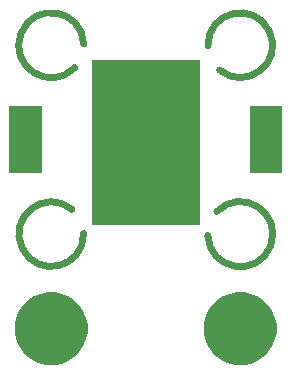
<source format=gts>
%TF.GenerationSoftware,KiCad,Pcbnew,5.0.0-fee4fd1~66~ubuntu16.04.1*%
%TF.CreationDate,2018-09-25T10:59:32-07:00*%
%TF.ProjectId,3x4-CR2032-Coin-Cell-Magnet,3378342D4352323033322D436F696E2D,v1.2*%
%TF.SameCoordinates,Original*%
%TF.FileFunction,Soldermask,Top*%
%TF.FilePolarity,Negative*%
%FSLAX46Y46*%
G04 Gerber Fmt 4.6, Leading zero omitted, Abs format (unit mm)*
G04 Created by KiCad (PCBNEW 5.0.0-fee4fd1~66~ubuntu16.04.1) date Tue Sep 25 10:59:32 2018*
%MOMM*%
%LPD*%
G01*
G04 APERTURE LIST*
%ADD10C,0.600000*%
%ADD11C,0.350000*%
G04 APERTURE END LIST*
D10*
X24502883Y-65378922D02*
G75*
G02X23519800Y-63331400I-2733083J-52478D01*
G01*
X35795149Y-63514827D02*
G75*
G02X35019800Y-65531400I1974651J-1916573D01*
G01*
X23744451Y-51347973D02*
G75*
G02X24519800Y-49331400I-1974651J1916573D01*
G01*
X35036717Y-49483878D02*
G75*
G02X36019800Y-51531400I2733083J52478D01*
G01*
D11*
G36*
X38667096Y-70473417D02*
X39226925Y-70705306D01*
X39226927Y-70705307D01*
X39730763Y-71041960D01*
X40159239Y-71470436D01*
X40495894Y-71974275D01*
X40727783Y-72534104D01*
X40846000Y-73128421D01*
X40846000Y-73734379D01*
X40727783Y-74328696D01*
X40495894Y-74888525D01*
X40495893Y-74888527D01*
X40159240Y-75392363D01*
X39730763Y-75820840D01*
X39226927Y-76157493D01*
X39226926Y-76157494D01*
X39226925Y-76157494D01*
X38667096Y-76389383D01*
X38072779Y-76507600D01*
X37466821Y-76507600D01*
X36872504Y-76389383D01*
X36312675Y-76157494D01*
X36312674Y-76157494D01*
X36312673Y-76157493D01*
X35808837Y-75820840D01*
X35380360Y-75392363D01*
X35043707Y-74888527D01*
X35043706Y-74888525D01*
X34811817Y-74328696D01*
X34693600Y-73734379D01*
X34693600Y-73128421D01*
X34811817Y-72534104D01*
X35043706Y-71974275D01*
X35380361Y-71470436D01*
X35808837Y-71041960D01*
X36312673Y-70705307D01*
X36312675Y-70705306D01*
X36872504Y-70473417D01*
X37466821Y-70355200D01*
X38072779Y-70355200D01*
X38667096Y-70473417D01*
X38667096Y-70473417D01*
G37*
G36*
X22667096Y-70473417D02*
X23226925Y-70705306D01*
X23226927Y-70705307D01*
X23730763Y-71041960D01*
X24159239Y-71470436D01*
X24495894Y-71974275D01*
X24727783Y-72534104D01*
X24846000Y-73128421D01*
X24846000Y-73734379D01*
X24727783Y-74328696D01*
X24495894Y-74888525D01*
X24495893Y-74888527D01*
X24159240Y-75392363D01*
X23730763Y-75820840D01*
X23226927Y-76157493D01*
X23226926Y-76157494D01*
X23226925Y-76157494D01*
X22667096Y-76389383D01*
X22072779Y-76507600D01*
X21466821Y-76507600D01*
X20872504Y-76389383D01*
X20312675Y-76157494D01*
X20312674Y-76157494D01*
X20312673Y-76157493D01*
X19808837Y-75820840D01*
X19380360Y-75392363D01*
X19043707Y-74888527D01*
X19043706Y-74888525D01*
X18811817Y-74328696D01*
X18693600Y-73734379D01*
X18693600Y-73128421D01*
X18811817Y-72534104D01*
X19043706Y-71974275D01*
X19380361Y-71470436D01*
X19808837Y-71041960D01*
X20312673Y-70705307D01*
X20312675Y-70705306D01*
X20872504Y-70473417D01*
X21466821Y-70355200D01*
X22072779Y-70355200D01*
X22667096Y-70473417D01*
X22667096Y-70473417D01*
G37*
G36*
X34342000Y-64661600D02*
X25189600Y-64661600D01*
X25189600Y-50709200D01*
X34342000Y-50709200D01*
X34342000Y-64661600D01*
X34342000Y-64661600D01*
G37*
G36*
X41346000Y-60287600D02*
X38593600Y-60287600D01*
X38593600Y-54575200D01*
X41346000Y-54575200D01*
X41346000Y-60287600D01*
X41346000Y-60287600D01*
G37*
G36*
X20946000Y-60287600D02*
X18193600Y-60287600D01*
X18193600Y-54575200D01*
X20946000Y-54575200D01*
X20946000Y-60287600D01*
X20946000Y-60287600D01*
G37*
M02*

</source>
